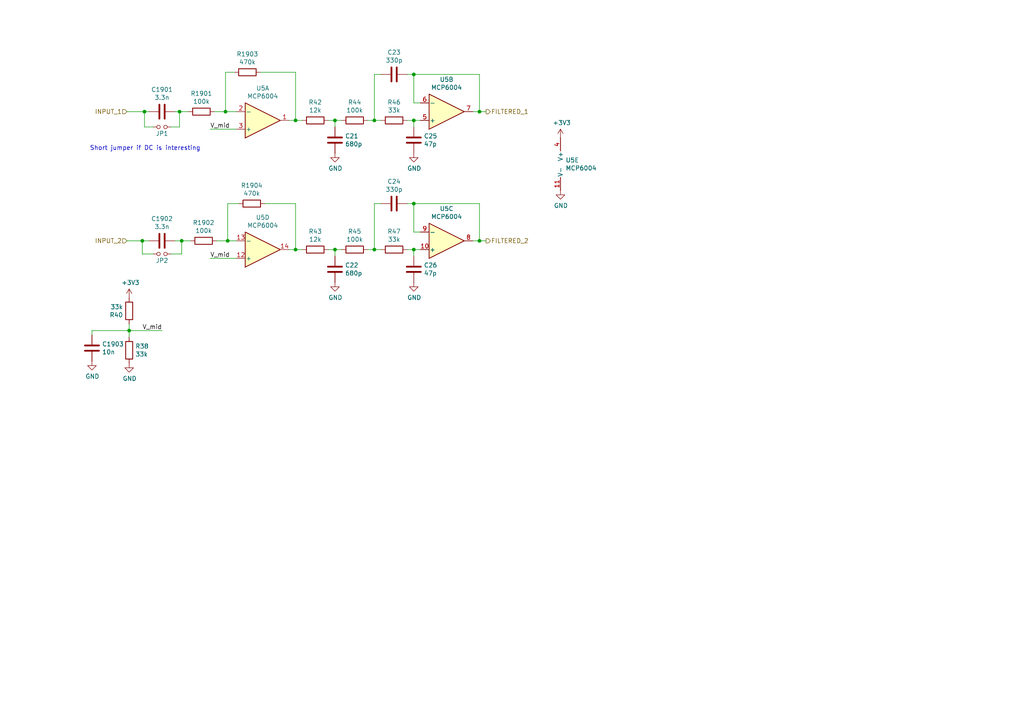
<source format=kicad_sch>
(kicad_sch (version 20211123) (generator eeschema)
  (paper "A4")
  (title_block (title "rusEfi Proteus") (date "2022-04-09") (rev "v0.7") (company "rusEFI") (comment 1 "github.com/mck1117/proteus") (comment 2 "rusefi.com/s/proteus"))
  (lib_symbols
    (symbol "Amplifier_Operational:MCP6004" (pin_names (offset 0.127))
      (property "Reference" "U" (at 0 5.08 0))
      (property "Value" "MCP6004" (at 0 -5.08 0))
      (symbol "MCP6004_1_1"
        (polyline (pts (xy -5.08 5.08) (xy 5.08 0) (xy -5.08 -5.08) (xy -5.08 5.08)) (stroke (width 0.254)) (fill (type background)))
        (pin output line (at 7.62 0 180) (length 2.54) (name "~") (number "1"))
        (pin input line (at -7.62 -2.54 0) (length 2.54) (name "-") (number "2"))
        (pin input line (at -7.62 2.54 0) (length 2.54) (name "+") (number "3"))
      )
      (symbol "MCP6004_2_1"
        (polyline (pts (xy -5.08 5.08) (xy 5.08 0) (xy -5.08 -5.08) (xy -5.08 5.08)) (stroke (width 0.254)) (fill (type background)))
        (pin input line (at -7.62 2.54 0) (length 2.54) (name "+") (number "5"))
        (pin input line (at -7.62 -2.54 0) (length 2.54) (name "-") (number "6"))
        (pin output line (at 7.62 0 180) (length 2.54) (name "~") (number "7"))
      )
      (symbol "MCP6004_3_1"
        (polyline (pts (xy -5.08 5.08) (xy 5.08 0) (xy -5.08 -5.08) (xy -5.08 5.08)) (stroke (width 0.254)) (fill (type background)))
        (pin input line (at -7.62 2.54 0) (length 2.54) (name "+") (number "10"))
        (pin output line (at 7.62 0 180) (length 2.54) (name "~") (number "8"))
        (pin input line (at -7.62 -2.54 0) (length 2.54) (name "-") (number "9"))
      )
      (symbol "MCP6004_4_1"
        (polyline (pts (xy -5.08 5.08) (xy 5.08 0) (xy -5.08 -5.08) (xy -5.08 5.08)) (stroke (width 0.254)) (fill (type background)))
        (pin input line (at -7.62 2.54 0) (length 2.54) (name "+") (number "12"))
        (pin input line (at -7.62 -2.54 0) (length 2.54) (name "-") (number "13"))
        (pin output line (at 7.62 0 180) (length 2.54) (name "~") (number "14"))
      )
      (symbol "MCP6004_5_1"
        (pin power_in line (at -2.54 -7.62 90) (length 3.81) (name "V-") (number "11"))
        (pin power_in line (at -2.54 7.62 270) (length 3.81) (name "V+") (number "4"))
      )
    )
    (symbol "Device:C" (pin_numbers hide) (pin_names (offset 0.254))
      (property "Reference" "C" (at 0.635 2.54 0))
      (property "Value" "C" (at 0.635 -2.54 0))
      (symbol "C_0_1"
        (polyline (pts (xy -2.032 -0.762) (xy 2.032 -0.762)) (stroke (width 0.508)))
        (polyline (pts (xy -2.032 0.762) (xy 2.032 0.762)) (stroke (width 0.508)))
      )
      (symbol "C_1_1"
        (pin passive line (at 0 3.81 270) (length 2.794) (name "~") (number "1"))
        (pin passive line (at 0 -3.81 90) (length 2.794) (name "~") (number "2"))
      )
    )
    (symbol "Device:Jumper_NO_Small" (pin_numbers hide) (pin_names (offset 0.762) hide)
      (property "Reference" "JP" (at 0 2.032 0))
      (property "Value" "Device_Jumper_NO_Small" (at 0.254 -1.524 0))
      (symbol "Jumper_NO_Small_0_1"
        (circle (center -1.016 0) (radius 0.508))
        (circle (center 1.016 0) (radius 0.508))
        (pin passive line (at -2.54 0 0) (length 1.016) (name "1") (number "1"))
        (pin passive line (at 2.54 0 180) (length 1.016) (name "2") (number "2"))
      )
    )
    (symbol "Device:R" (pin_numbers hide) (pin_names (offset 0))
      (property "Reference" "R" (at 2.032 0 90))
      (property "Value" "R" (at 0 0 90))
      (symbol "R_0_1"
        (rectangle (start -1.016 -2.54) (end 1.016 2.54) (stroke (width 0.254)))
      )
      (symbol "R_1_1"
        (pin passive line (at 0 3.81 270) (length 1.27) (name "~") (number "1"))
        (pin passive line (at 0 -3.81 90) (length 1.27) (name "~") (number "2"))
      )
    )
    (symbol "power:+3.3V" (power) (pin_names (offset 0))
      (property "Value" "+3.3V" (at 0 3.556 0))
      (symbol "+3.3V_0_1"
        (polyline (pts (xy -0.762 1.27) (xy 0 2.54)))
        (polyline (pts (xy 0 0) (xy 0 2.54)))
        (polyline (pts (xy 0 2.54) (xy 0.762 1.27)))
      )
      (symbol "+3.3V_1_1"
        (pin power_in line (at 0 0 90) (length 0) hide (name "+3V3") (number "1"))
      )
    )
    (symbol "power:GND" (power) (pin_names (offset 0))
      (property "Value" "GND" (at 0 -3.81 0))
      (symbol "GND_0_1"
        (polyline (pts (xy 0 0) (xy 0 -1.27) (xy 1.27 -1.27) (xy 0 -2.54) (xy -1.27 -1.27) (xy 0 -1.27)))
      )
      (symbol "GND_1_1"
        (pin power_in line (at 0 0 270) (length 0) hide (name "GND") (number "1"))
      )
    )
  )
  (junction (at 85.725 34.925))
  (junction (at 41.91 32.385))
  (junction (at 66.04 69.85))
  (junction (at 120.015 34.925))
  (junction (at 52.705 69.85))
  (junction (at 41.275 69.85))
  (junction (at 120.015 59.055))
  (junction (at 139.065 69.85))
  (junction (at 108.585 34.925))
  (junction (at 97.155 72.39))
  (junction (at 52.07 32.385))
  (junction (at 65.405 32.385))
  (junction (at 120.015 21.59))
  (junction (at 37.465 95.885))
  (junction (at 97.155 34.925))
  (junction (at 120.015 72.39))
  (junction (at 139.065 32.385))
  (junction (at 85.725 72.39))
  (junction (at 108.585 72.39))
  (wire (pts (xy 52.07 36.83) (xy 52.07 32.385)))
  (wire (pts (xy 60.96 74.93) (xy 68.58 74.93)))
  (wire (pts (xy 41.91 36.83) (xy 41.91 32.385)))
  (wire (pts (xy 65.405 20.955) (xy 67.945 20.955)))
  (wire (pts (xy 108.585 21.59) (xy 108.585 34.925)))
  (wire (pts (xy 65.405 32.385) (xy 68.58 32.385)))
  (wire (pts (xy 121.92 72.39) (xy 120.015 72.39)))
  (wire (pts (xy 65.405 32.385) (xy 65.405 20.955)))
  (wire (pts (xy 85.725 59.055) (xy 85.725 72.39)))
  (wire (pts (xy 60.96 37.465) (xy 68.58 37.465)))
  (wire (pts (xy 110.49 34.925) (xy 108.585 34.925)))
  (wire (pts (xy 52.705 69.85) (xy 55.245 69.85)))
  (wire (pts (xy 50.8 69.85) (xy 52.705 69.85)))
  (wire (pts (xy 41.91 32.385) (xy 43.18 32.385)))
  (wire (pts (xy 75.565 20.955) (xy 85.725 20.955)))
  (wire (pts (xy 41.275 69.85) (xy 43.18 69.85)))
  (wire (pts (xy 108.585 72.39) (xy 106.68 72.39)))
  (wire (pts (xy 46.99 95.885) (xy 37.465 95.885)))
  (wire (pts (xy 139.065 21.59) (xy 139.065 32.385)))
  (wire (pts (xy 44.45 73.66) (xy 41.275 73.66)))
  (wire (pts (xy 121.92 34.925) (xy 120.015 34.925)))
  (wire (pts (xy 121.92 67.31) (xy 120.015 67.31)))
  (wire (pts (xy 50.8 32.385) (xy 52.07 32.385)))
  (wire (pts (xy 26.67 97.155) (xy 26.67 95.885)))
  (wire (pts (xy 120.015 74.295) (xy 120.015 72.39)))
  (wire (pts (xy 139.065 32.385) (xy 137.16 32.385)))
  (wire (pts (xy 87.63 72.39) (xy 85.725 72.39)))
  (wire (pts (xy 140.97 32.385) (xy 139.065 32.385)))
  (wire (pts (xy 76.835 59.055) (xy 85.725 59.055)))
  (wire (pts (xy 110.49 72.39) (xy 108.585 72.39)))
  (wire (pts (xy 110.49 59.055) (xy 108.585 59.055)))
  (wire (pts (xy 36.83 69.85) (xy 41.275 69.85)))
  (wire (pts (xy 26.67 95.885) (xy 37.465 95.885)))
  (wire (pts (xy 97.155 72.39) (xy 99.06 72.39)))
  (wire (pts (xy 66.04 69.85) (xy 68.58 69.85)))
  (wire (pts (xy 97.155 72.39) (xy 95.25 72.39)))
  (wire (pts (xy 44.45 36.83) (xy 41.91 36.83)))
  (wire (pts (xy 83.82 34.925) (xy 85.725 34.925)))
  (wire (pts (xy 108.585 34.925) (xy 106.68 34.925)))
  (wire (pts (xy 120.015 36.83) (xy 120.015 34.925)))
  (wire (pts (xy 120.015 21.59) (xy 139.065 21.59)))
  (wire (pts (xy 120.015 34.925) (xy 118.11 34.925)))
  (wire (pts (xy 62.865 69.85) (xy 66.04 69.85)))
  (wire (pts (xy 118.11 59.055) (xy 120.015 59.055)))
  (wire (pts (xy 120.015 67.31) (xy 120.015 59.055)))
  (wire (pts (xy 49.53 36.83) (xy 52.07 36.83)))
  (wire (pts (xy 139.065 59.055) (xy 139.065 69.85)))
  (wire (pts (xy 97.155 34.925) (xy 99.06 34.925)))
  (wire (pts (xy 121.92 29.845) (xy 120.015 29.845)))
  (wire (pts (xy 97.155 34.925) (xy 95.25 34.925)))
  (wire (pts (xy 120.015 59.055) (xy 139.065 59.055)))
  (wire (pts (xy 37.465 95.885) (xy 37.465 97.79)))
  (wire (pts (xy 140.97 69.85) (xy 139.065 69.85)))
  (wire (pts (xy 120.015 72.39) (xy 118.11 72.39)))
  (wire (pts (xy 139.065 69.85) (xy 137.16 69.85)))
  (wire (pts (xy 120.015 29.845) (xy 120.015 21.59)))
  (wire (pts (xy 41.275 73.66) (xy 41.275 69.85)))
  (wire (pts (xy 66.04 59.055) (xy 69.215 59.055)))
  (wire (pts (xy 97.155 74.295) (xy 97.155 72.39)))
  (wire (pts (xy 85.725 34.925) (xy 87.63 34.925)))
  (wire (pts (xy 62.23 32.385) (xy 65.405 32.385)))
  (wire (pts (xy 66.04 69.85) (xy 66.04 59.055)))
  (wire (pts (xy 37.465 93.98) (xy 37.465 95.885)))
  (wire (pts (xy 118.11 21.59) (xy 120.015 21.59)))
  (wire (pts (xy 52.705 73.66) (xy 52.705 69.85)))
  (wire (pts (xy 52.07 32.385) (xy 54.61 32.385)))
  (wire (pts (xy 108.585 59.055) (xy 108.585 72.39)))
  (wire (pts (xy 49.53 73.66) (xy 52.705 73.66)))
  (wire (pts (xy 110.49 21.59) (xy 108.585 21.59)))
  (wire (pts (xy 85.725 72.39) (xy 83.82 72.39)))
  (wire (pts (xy 36.83 32.385) (xy 41.91 32.385)))
  (wire (pts (xy 97.155 36.83) (xy 97.155 34.925)))
  (wire (pts (xy 85.725 20.955) (xy 85.725 34.925)))
  (text "Short jumper if DC is interesting" (at 26.035 43.815 0) (effects (font (size 1.27 1.27)) (justify left bottom)))
  (label "V_mid" (at 60.96 74.93 0))
  (label "V_mid" (at 46.99 95.885 180))
  (label "V_mid" (at 60.96 37.465 0))
  (hierarchical_label "INPUT_2" (shape input) (at 36.83 69.85 180))
  (hierarchical_label "INPUT_1" (shape input) (at 36.83 32.385 180))
  (hierarchical_label "FILTERED_1" (shape output) (at 140.97 32.385 0))
  (hierarchical_label "FILTERED_2" (shape output) (at 140.97 69.85 0))
  (symbol (lib_id "Amplifier_Operational:MCP6004") (at 76.2 34.925 0) (mirror x) (unit 1)
    (property "Reference" "U5" (at 76.2 25.6032 0))
    (property "Value" "MCP6004" (at 76.2 27.9146 0))
    (property "Footprint" "Package_SO:TSSOP-14_4.4x5mm_P0.65mm" (effects hide))
    (property "Datasheet" "http://ww1.microchip.com/downloads/en/DeviceDoc/21733j.pdf" (effects hide))
    (property "LCSC" "C50282" (effects hide))
    (property "LCSC_ext" "1" (effects hide))
    (property "PN" "MCP6004T-I/ST" (effects hide))
    (property "possible_not_ext" "1" (effects hide))
  )
  (symbol (lib_id "Amplifier_Operational:MCP6004") (at 129.54 32.385 0) (mirror x) (unit 2)
    (property "Reference" "U5" (at 129.54 23.0632 0))
    (property "Value" "MCP6004" (at 129.54 25.3746 0))
    (property "Footprint" "Package_SO:TSSOP-14_4.4x5mm_P0.65mm" (effects hide))
    (property "Datasheet" "http://ww1.microchip.com/downloads/en/DeviceDoc/21733j.pdf" (effects hide))
    (property "LCSC" "C50282" (effects hide))
    (property "LCSC_ext" "1" (effects hide))
    (property "PN" "MCP6004T-I/ST" (effects hide))
    (property "possible_not_ext" "1" (effects hide))
  )
  (symbol (lib_id "Amplifier_Operational:MCP6004") (at 129.54 69.85 0) (mirror x) (unit 3)
    (property "Reference" "U5" (at 129.54 60.5282 0))
    (property "Value" "MCP6004" (at 129.54 62.8396 0))
    (property "Footprint" "Package_SO:TSSOP-14_4.4x5mm_P0.65mm" (effects hide))
    (property "Datasheet" "http://ww1.microchip.com/downloads/en/DeviceDoc/21733j.pdf" (effects hide))
    (property "LCSC" "C50282" (effects hide))
    (property "LCSC_ext" "1" (effects hide))
    (property "PN" "MCP6004T-I/ST" (effects hide))
    (property "possible_not_ext" "1" (effects hide))
  )
  (symbol (lib_id "Amplifier_Operational:MCP6004") (at 76.2 72.39 0) (mirror x) (unit 4)
    (property "Reference" "U5" (at 76.2 63.0682 0))
    (property "Value" "MCP6004" (at 76.2 65.3796 0))
    (property "Footprint" "Package_SO:TSSOP-14_4.4x5mm_P0.65mm" (effects hide))
    (property "Datasheet" "http://ww1.microchip.com/downloads/en/DeviceDoc/21733j.pdf" (effects hide))
    (property "LCSC" "C50282" (effects hide))
    (property "LCSC_ext" "1" (effects hide))
    (property "PN" "MCP6004T-I/ST" (effects hide))
    (property "possible_not_ext" "1" (effects hide))
  )
  (symbol (lib_id "Amplifier_Operational:MCP6004") (at 165.1 47.625 0) (unit 5)
    (property "Reference" "U5" (at 164.0332 46.4566 0) (effects (justify left)))
    (property "Value" "MCP6004" (at 164.0332 48.768 0) (effects (justify left)))
    (property "Footprint" "Package_SO:TSSOP-14_4.4x5mm_P0.65mm" (effects hide))
    (property "Datasheet" "http://ww1.microchip.com/downloads/en/DeviceDoc/21733j.pdf" (effects hide))
    (property "LCSC" "C50282" (effects hide))
    (property "LCSC_ext" "1" (effects hide))
    (property "PN" "MCP6004T-I/ST" (effects hide))
    (property "possible_not_ext" "1" (effects hide))
  )
  (symbol (lib_id "power:GND") (at 162.56 55.245 0) (unit 1)
    (property "Reference" "#PWR0274" (effects hide))
    (property "Value" "GND" (at 162.687 59.6392 0))
  )
  (symbol (lib_id "power:+3.3V") (at 162.56 40.005 0) (unit 1)
    (property "Reference" "#PWR0275" (effects hide))
    (property "Value" "+3.3V" (at 162.941 35.6108 0))
  )
  (symbol (lib_id "Device:R") (at 37.465 90.17 180) (unit 1)
    (property "Reference" "R40" (at 35.687 91.3384 0) (effects (justify left)))
    (property "Value" "33k" (at 35.687 89.027 0) (effects (justify left)))
    (property "Footprint" "Resistor_SMD:R_0402_1005Metric" (effects hide))
    (property "LCSC" "C25779" (effects hide))
    (property "LCSC_ext" "0" (effects hide))
  )
  (symbol (lib_id "Device:R") (at 37.465 101.6 0) (unit 1)
    (property "Reference" "R38" (at 39.243 100.4316 0) (effects (justify left)))
    (property "Value" "33k" (at 39.243 102.743 0) (effects (justify left)))
    (property "Footprint" "Resistor_SMD:R_0402_1005Metric" (effects hide))
    (property "LCSC" "C25779" (effects hide))
    (property "LCSC_ext" "0" (effects hide))
  )
  (symbol (lib_id "Device:R") (at 91.44 34.925 270) (unit 1)
    (property "Reference" "R42" (at 91.44 29.6672 90))
    (property "Value" "12k" (at 91.44 31.9786 90))
    (property "Footprint" "Resistor_SMD:R_0402_1005Metric" (effects hide))
    (property "LCSC" "C25752" (effects hide))
    (property "LCSC_ext" "0" (effects hide))
  )
  (symbol (lib_id "Device:R") (at 102.87 34.925 270) (unit 1)
    (property "Reference" "R44" (at 102.87 29.6672 90))
    (property "Value" "100k" (at 102.87 31.9786 90))
    (property "Footprint" "Resistor_SMD:R_0402_1005Metric" (effects hide))
    (property "LCSC" "C25741" (effects hide))
    (property "LCSC_ext" "0" (effects hide))
  )
  (symbol (lib_id "Device:R") (at 114.3 34.925 270) (unit 1)
    (property "Reference" "R46" (at 114.3 29.6672 90))
    (property "Value" "33k" (at 114.3 31.9786 90))
    (property "Footprint" "Resistor_SMD:R_0402_1005Metric" (effects hide))
    (property "LCSC" "C25779" (effects hide))
    (property "LCSC_ext" "0" (effects hide))
  )
  (symbol (lib_id "power:GND") (at 37.465 105.41 0) (unit 1)
    (property "Reference" "#PWR0276" (effects hide))
    (property "Value" "GND" (at 37.592 109.8042 0))
  )
  (symbol (lib_id "power:+3.3V") (at 37.465 86.36 0) (unit 1)
    (property "Reference" "#PWR0277" (effects hide))
    (property "Value" "+3.3V" (at 37.846 81.9658 0))
  )
  (symbol (lib_id "Device:C") (at 97.155 40.64 180) (unit 1)
    (property "Reference" "C21" (at 100.076 39.4716 0) (effects (justify right)))
    (property "Value" "680p" (at 100.076 41.783 0) (effects (justify right)))
    (property "Footprint" "Capacitor_SMD:C_0603_1608Metric" (effects hide))
    (property "LCSC" "C1630" (effects hide))
    (property "LCSC_ext" "0" (effects hide))
  )
  (symbol (lib_id "Device:C") (at 120.015 40.64 180) (unit 1)
    (property "Reference" "C25" (at 122.936 39.4716 0) (effects (justify right)))
    (property "Value" "47p" (at 122.936 41.783 0) (effects (justify right)))
    (property "Footprint" "Capacitor_SMD:C_0402_1005Metric" (effects hide))
    (property "LCSC" "C1567" (effects hide))
    (property "LCSC_ext" "0" (effects hide))
  )
  (symbol (lib_id "Device:C") (at 114.3 21.59 90) (unit 1)
    (property "Reference" "C23" (at 114.3 15.1892 90))
    (property "Value" "330p" (at 114.3 17.5006 90))
    (property "Footprint" "Capacitor_SMD:C_0402_1005Metric" (effects hide))
    (property "LCSC" "C13533" (effects hide))
    (property "LCSC_ext" "0" (effects hide))
  )
  (symbol (lib_id "power:GND") (at 97.155 44.45 0) (unit 1)
    (property "Reference" "#PWR0278" (effects hide))
    (property "Value" "GND" (at 97.282 48.8442 0))
  )
  (symbol (lib_id "power:GND") (at 120.015 44.45 0) (unit 1)
    (property "Reference" "#PWR0279" (effects hide))
    (property "Value" "GND" (at 120.142 48.8442 0))
  )
  (symbol (lib_id "Device:R") (at 91.44 72.39 270) (unit 1)
    (property "Reference" "R43" (at 91.44 67.1322 90))
    (property "Value" "12k" (at 91.44 69.4436 90))
    (property "Footprint" "Resistor_SMD:R_0402_1005Metric" (effects hide))
    (property "LCSC" "C25752" (effects hide))
    (property "LCSC_ext" "0" (effects hide))
  )
  (symbol (lib_id "Device:R") (at 102.87 72.39 270) (unit 1)
    (property "Reference" "R45" (at 102.87 67.1322 90))
    (property "Value" "100k" (at 102.87 69.4436 90))
    (property "Footprint" "Resistor_SMD:R_0402_1005Metric" (effects hide))
    (property "LCSC" "C25741" (effects hide))
    (property "LCSC_ext" "0" (effects hide))
  )
  (symbol (lib_id "Device:R") (at 114.3 72.39 270) (unit 1)
    (property "Reference" "R47" (at 114.3 67.1322 90))
    (property "Value" "33k" (at 114.3 69.4436 90))
    (property "Footprint" "Resistor_SMD:R_0402_1005Metric" (effects hide))
    (property "LCSC" "C25779" (effects hide))
    (property "LCSC_ext" "0" (effects hide))
  )
  (symbol (lib_id "Device:C") (at 97.155 78.105 180) (unit 1)
    (property "Reference" "C22" (at 100.076 76.9366 0) (effects (justify right)))
    (property "Value" "680p" (at 100.076 79.248 0) (effects (justify right)))
    (property "Footprint" "Capacitor_SMD:C_0603_1608Metric" (effects hide))
    (property "LCSC" "C1630" (effects hide))
    (property "LCSC_ext" "0" (effects hide))
  )
  (symbol (lib_id "Device:C") (at 120.015 78.105 180) (unit 1)
    (property "Reference" "C26" (at 122.936 76.9366 0) (effects (justify right)))
    (property "Value" "47p" (at 122.936 79.248 0) (effects (justify right)))
    (property "Footprint" "Capacitor_SMD:C_0402_1005Metric" (effects hide))
    (property "LCSC" "C1567" (effects hide))
    (property "LCSC_ext" "0" (effects hide))
  )
  (symbol (lib_id "Device:C") (at 114.3 59.055 90) (unit 1)
    (property "Reference" "C24" (at 114.3 52.6542 90))
    (property "Value" "330p" (at 114.3 54.9656 90))
    (property "Footprint" "Capacitor_SMD:C_0402_1005Metric" (effects hide))
    (property "LCSC" "C13533" (effects hide))
    (property "LCSC_ext" "0" (effects hide))
  )
  (symbol (lib_id "power:GND") (at 97.155 81.915 0) (unit 1)
    (property "Reference" "#PWR0283" (effects hide))
    (property "Value" "GND" (at 97.282 86.3092 0))
  )
  (symbol (lib_id "power:GND") (at 120.015 81.915 0) (unit 1)
    (property "Reference" "#PWR0284" (effects hide))
    (property "Value" "GND" (at 120.142 86.3092 0))
  )
  (symbol (lib_id "Device:R") (at 58.42 32.385 270) (unit 1)
    (property "Reference" "R1901" (at 58.42 27.1272 90))
    (property "Value" "100k" (at 58.42 29.4386 90))
    (property "Footprint" "Resistor_SMD:R_0402_1005Metric" (effects hide))
    (property "LCSC" "C25741" (effects hide))
  )
  (symbol (lib_id "Device:R") (at 71.755 20.955 270) (unit 1)
    (property "Reference" "R1903" (at 71.755 15.6972 90))
    (property "Value" "470k" (at 71.755 18.0086 90))
    (property "Footprint" "Resistor_SMD:R_0402_1005Metric" (effects hide))
    (property "LCSC" "C25790" (effects hide))
  )
  (symbol (lib_id "Device:C") (at 46.99 32.385 270) (unit 1)
    (property "Reference" "C1901" (at 46.99 25.9842 90))
    (property "Value" "3.3n" (at 46.99 28.2956 90))
    (property "Footprint" "Capacitor_SMD:C_0805_2012Metric" (effects hide))
    (property "LCSC" "C53175" (effects hide))
    (property "LCSC_ext" "0" (effects hide))
  )
  (symbol (lib_id "Device:C") (at 26.67 100.965 180) (unit 1)
    (property "Reference" "C1903" (at 29.591 99.7966 0) (effects (justify right)))
    (property "Value" "10n" (at 29.591 102.108 0) (effects (justify right)))
    (property "Footprint" "Capacitor_SMD:C_0603_1608Metric" (effects hide))
    (property "LCSC" "C57112" (effects hide))
    (property "LCSC_ext" "0" (effects hide))
  )
  (symbol (lib_id "power:GND") (at 26.67 104.775 0) (unit 1)
    (property "Reference" "#PWR0280" (effects hide))
    (property "Value" "GND" (at 26.797 109.1692 0))
  )
  (symbol (lib_id "Device:R") (at 73.025 59.055 270) (unit 1)
    (property "Reference" "R1904" (at 73.025 53.7972 90))
    (property "Value" "470k" (at 73.025 56.1086 90))
    (property "Footprint" "Resistor_SMD:R_0402_1005Metric" (effects hide))
    (property "LCSC" "C25790" (effects hide))
  )
  (symbol (lib_id "Device:R") (at 59.055 69.85 270) (unit 1)
    (property "Reference" "R1902" (at 59.055 64.5922 90))
    (property "Value" "100k" (at 59.055 66.9036 90))
    (property "Footprint" "Resistor_SMD:R_0402_1005Metric" (effects hide))
    (property "LCSC" "C25741" (effects hide))
  )
  (symbol (lib_id "Device:C") (at 46.99 69.85 270) (unit 1)
    (property "Reference" "C1902" (at 46.99 63.4492 90))
    (property "Value" "3.3n" (at 46.99 65.7606 90))
    (property "Footprint" "Capacitor_SMD:C_0805_2012Metric" (effects hide))
    (property "LCSC" "C53175" (effects hide))
    (property "LCSC_ext" "0" (effects hide))
  )
  (symbol (lib_id "Device:Jumper_NO_Small") (at 46.99 36.83 0) (unit 1)
    (property "Reference" "JP1" (at 46.99 38.735 0))
    (property "Value" "Jumper_NO_Small" (effects hide))
    (property "Footprint" "Jumper:SolderJumper-2_P1.3mm_Open_TrianglePad1.0x1.5mm" (effects hide))
    (property "LCSC" "N/A" (effects hide))
  )
  (symbol (lib_id "Device:Jumper_NO_Small") (at 46.99 73.66 0) (unit 1)
    (property "Reference" "JP2" (at 46.99 75.565 0))
    (property "Value" "Jumper_NO_Small" (effects hide))
    (property "Footprint" "Jumper:SolderJumper-2_P1.3mm_Open_TrianglePad1.0x1.5mm" (effects hide))
    (property "LCSC" "N/A" (effects hide))
  )
)
</source>
